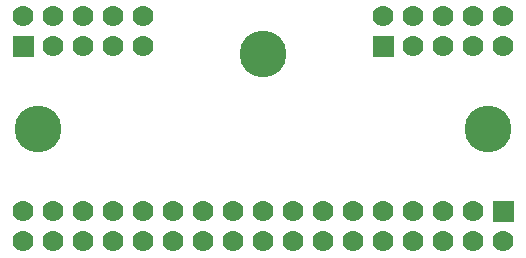
<source format=gbr>
G04 start of page 3 for group 5 idx 5 *
G04 Title: (unknown), bottom *
G04 Creator: pcb 20140316 *
G04 CreationDate: Wed 08 Jan 2020 09:12:33 PM GMT UTC *
G04 For: thomasc *
G04 Format: Gerber/RS-274X *
G04 PCB-Dimensions (mil): 2000.00 1000.00 *
G04 PCB-Coordinate-Origin: lower left *
%MOIN*%
%FSLAX25Y25*%
%LNBOTTOM*%
%ADD21C,0.0420*%
%ADD20C,0.1520*%
%ADD19C,0.1560*%
%ADD18C,0.0001*%
%ADD17C,0.0700*%
G54D17*X30000Y12500D03*
Y22500D03*
X20000Y12500D03*
Y22500D03*
X180000Y12500D03*
G54D18*G36*
X176500Y26000D02*Y19000D01*
X183500D01*
Y26000D01*
X176500D01*
G37*
G54D17*X170000Y12500D03*
X160000D03*
X170000Y22500D03*
X160000D03*
X90000Y12500D03*
Y22500D03*
X80000Y12500D03*
X70000D03*
X60000D03*
X50000D03*
X80000Y22500D03*
X70000D03*
X60000D03*
X50000D03*
X40000Y12500D03*
Y22500D03*
X150000Y12500D03*
Y22500D03*
X140000D03*
X130000D03*
X120000D03*
X140000Y12500D03*
X130000D03*
X120000D03*
X110000D03*
Y22500D03*
X100000Y12500D03*
Y22500D03*
X140000Y87500D03*
X150000D03*
X160000D03*
G54D18*G36*
X136500Y81000D02*Y74000D01*
X143500D01*
Y81000D01*
X136500D01*
G37*
G54D17*X150000Y77500D03*
X160000D03*
X170000Y87500D03*
Y77500D03*
X180000Y87500D03*
Y77500D03*
X40000Y87500D03*
Y77500D03*
X20000Y87500D03*
G54D18*G36*
X16500Y81000D02*Y74000D01*
X23500D01*
Y81000D01*
X16500D01*
G37*
G54D17*X30000Y87500D03*
Y77500D03*
X50000Y87500D03*
Y77500D03*
X60000Y87500D03*
Y77500D03*
G54D19*X25000Y50000D03*
X175000D03*
X100000Y75000D03*
G54D20*G54D21*M02*

</source>
